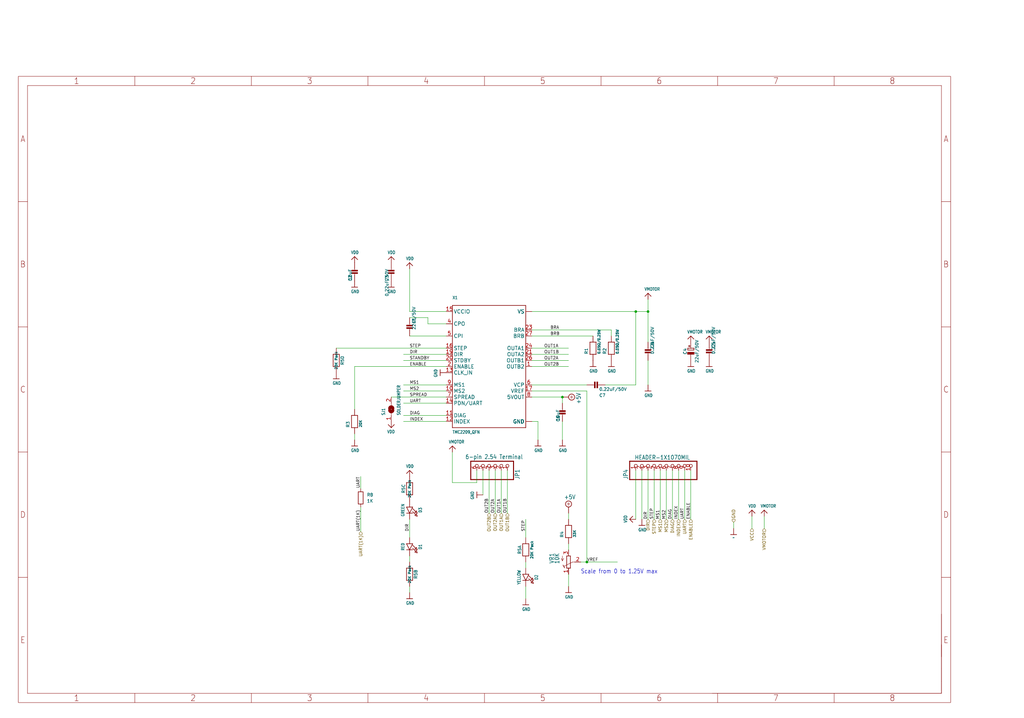
<source format=kicad_sch>
(kicad_sch (version 20250114) (generator "eeschema") (generator_version "9.0")
  (paper "User" 425.45 298.602)
  (lib_symbols
    (symbol "Adafruit TMC2209 Stepper Motor Driver-eagle-import:+5V" (power)
      (symbol "+5V_1_0"
        (polyline (pts (xy -0.635 1.27) (xy 0.635 1.27)) (stroke (width 0.1524)))
        (circle (center 0 1.27) (radius 1.27) (stroke (width 0.254)))
        (polyline (pts (xy 0 0.635) (xy 0 1.905)) (stroke (width 0.1524)))
        (pin power_in line (at 0 -2.54 90) (length 2.54) (name "+5V") (number "1"))
      )
    )
    (symbol "Adafruit TMC2209 Stepper Motor Driver-eagle-import:CAP_CERAMIC0603_NO"
      (property "Reference" "C" (at -2.29 1.25 90))
      (symbol "CAP_CERAMIC0603_NO_1_0"
        (rectangle (start -1.27 1.524) (end 1.27 2.032) (fill (type outline)))
        (rectangle (start -1.27 0.508) (end 1.27 1.016) (fill (type outline)))
        (polyline (pts (xy 0 2.54) (xy 0 1.778)) (stroke (width 0.1524)))
        (polyline (pts (xy 0 0.762) (xy 0 0)) (stroke (width 0.1524)))
        (pin passive line (at 0 5.08 270) (length 2.54) (name "1") (number "1"))
        (pin passive line (at 0 -2.54 90) (length 2.54) (name "2") (number "2"))
      )
    )
    (symbol "Adafruit TMC2209 Stepper Motor Driver-eagle-import:CAP_CERAMIC0805-NOOUTLINE"
      (property "Reference" "C" (at -2.29 1.25 90))
      (symbol "CAP_CERAMIC0805-NOOUTLINE_1_0"
        (rectangle (start -1.27 1.524) (end 1.27 2.032) (fill (type outline)))
        (rectangle (start -1.27 0.508) (end 1.27 1.016) (fill (type outline)))
        (polyline (pts (xy 0 2.54) (xy 0 1.778)) (stroke (width 0.1524)))
        (polyline (pts (xy 0 0.762) (xy 0 0)) (stroke (width 0.1524)))
        (pin passive line (at 0 5.08 270) (length 2.54) (name "1") (number "1"))
        (pin passive line (at 0 -2.54 90) (length 2.54) (name "2") (number "2"))
      )
    )
    (symbol "Adafruit TMC2209 Stepper Motor Driver-eagle-import:CAP_ELECTROLYTICPANASONIC_C"
      (property "Reference" "C" (at -2.39 1.25 90))
      (symbol "CAP_ELECTROLYTICPANASONIC_C_1_0"
        (rectangle (start -1.397 0) (end 1.397 0.889) (fill (type outline)))
        (polyline (pts (xy -1.27 2.54) (xy 1.27 2.54)) (stroke (width 0.254)))
        (polyline (pts (xy -1.27 1.778) (xy -1.27 2.54)) (stroke (width 0.254)))
        (polyline (pts (xy -1.016 3.429) (xy -0.254 3.429)) (stroke (width 0.254)))
        (polyline (pts (xy -0.635 3.81) (xy -0.635 3.048)) (stroke (width 0.254)))
        (polyline (pts (xy 1.27 2.54) (xy 1.27 1.778)) (stroke (width 0.254)))
        (polyline (pts (xy 1.27 1.778) (xy -1.27 1.778)) (stroke (width 0.254)))
        (pin passive line (at 0 5.08 270) (length 2.54) (name "+") (number "+"))
        (pin passive line (at 0 -2.54 90) (length 2.54) (name "-") (number "-"))
      )
    )
    (symbol "Adafruit TMC2209 Stepper Motor Driver-eagle-import:FRAME_A3"
      (symbol "FRAME_A3_1_0"
        (polyline (pts (xy 0 260.35) (xy 387.35 260.35) (xy 387.35 0) (xy 0 0) (xy 0 260.35)))
        (polyline (pts (xy 0 208.28) (xy 3.81 208.28)))
        (polyline (pts (xy 0 156.21) (xy 3.81 156.21)))
        (polyline (pts (xy 0 104.14) (xy 3.81 104.14)))
        (polyline (pts (xy 0 52.07) (xy 3.81 52.07)))
        (polyline (pts (xy 3.81 256.54) (xy 3.81 3.81)))
        (polyline (pts (xy 48.4188 260.35) (xy 48.4188 256.54)))
        (polyline (pts (xy 48.4188 3.81) (xy 48.4188 0)))
        (polyline (pts (xy 96.8375 260.35) (xy 96.8375 256.54)))
        (polyline (pts (xy 96.8375 3.81) (xy 96.8375 0)))
        (polyline (pts (xy 145.2563 260.35) (xy 145.2563 256.54)))
        (polyline (pts (xy 145.2563 3.81) (xy 145.2563 0)))
        (polyline (pts (xy 193.675 260.35) (xy 193.675 256.54)))
        (polyline (pts (xy 193.675 3.81) (xy 193.675 0)))
        (polyline (pts (xy 242.0938 260.35) (xy 242.0938 256.54)))
        (polyline (pts (xy 242.0938 3.81) (xy 242.0938 0)))
        (polyline (pts (xy 288.29 3.81) (xy 383.54 3.81)) (stroke (width 0.1016)))
        (polyline (pts (xy 290.5125 260.35) (xy 290.5125 256.54)))
        (polyline (pts (xy 290.5125 3.81) (xy 290.5125 0)))
        (polyline (pts (xy 338.9313 260.35) (xy 338.9313 256.54)))
        (polyline (pts (xy 338.9313 3.81) (xy 338.9313 0)))
        (polyline (pts (xy 383.54 256.54) (xy 3.81 256.54)))
        (polyline (pts (xy 383.54 256.54) (xy 383.54 3.81)))
        (polyline (pts (xy 383.54 208.28) (xy 387.35 208.28)))
        (polyline (pts (xy 383.54 156.21) (xy 387.35 156.21)))
        (polyline (pts (xy 383.54 104.14) (xy 387.35 104.14)))
        (polyline (pts (xy 383.54 52.07) (xy 387.35 52.07)))
        (polyline (pts (xy 383.54 19.05) (xy 383.54 36.83)) (stroke (width 0.1016)))
        (polyline (pts (xy 383.54 19.05) (xy 383.54 24.13)) (stroke (width 0.1016)))
        (polyline (pts (xy 383.54 13.97) (xy 383.54 19.05)) (stroke (width 0.1016)))
        (polyline (pts (xy 383.54 8.89) (xy 383.54 13.97)) (stroke (width 0.1016)))
        (polyline (pts (xy 383.54 3.81) (xy 3.81 3.81)))
        (polyline (pts (xy 383.54 3.81) (xy 383.54 8.89)) (stroke (width 0.1016)))
        (text "A" (at 1.905 234.315 0) (effects (font (size 2.54 2.286))))
        (text "B" (at 1.905 182.245 0) (effects (font (size 2.54 2.286))))
        (text "C" (at 1.905 130.175 0) (effects (font (size 2.54 2.286))))
        (text "D" (at 1.905 78.105 0) (effects (font (size 2.54 2.286))))
        (text "E" (at 1.905 26.035 0) (effects (font (size 2.54 2.286))))
        (text "1" (at 24.2094 258.445 0) (effects (font (size 2.54 2.286))))
        (text "1" (at 24.2094 1.905 0) (effects (font (size 2.54 2.286))))
        (text "2" (at 72.6281 258.445 0) (effects (font (size 2.54 2.286))))
        (text "2" (at 72.6281 1.905 0) (effects (font (size 2.54 2.286))))
        (text "3" (at 121.0469 258.445 0) (effects (font (size 2.54 2.286))))
        (text "3" (at 121.0469 1.905 0) (effects (font (size 2.54 2.286))))
        (text "4" (at 169.4656 258.445 0) (effects (font (size 2.54 2.286))))
        (text "4" (at 169.4656 1.905 0) (effects (font (size 2.54 2.286))))
        (text "5" (at 217.8844 258.445 0) (effects (font (size 2.54 2.286))))
        (text "5" (at 217.8844 1.905 0) (effects (font (size 2.54 2.286))))
        (text "6" (at 266.3031 258.445 0) (effects (font (size 2.54 2.286))))
        (text "6" (at 266.3031 1.905 0) (effects (font (size 2.54 2.286))))
        (text "7" (at 314.7219 258.445 0) (effects (font (size 2.54 2.286))))
        (text "7" (at 314.7219 1.905 0) (effects (font (size 2.54 2.286))))
        (text "8" (at 363.1406 258.445 0) (effects (font (size 2.54 2.286))))
        (text "8" (at 363.1406 1.905 0) (effects (font (size 2.54 2.286))))
        (text "A" (at 385.445 234.315 0) (effects (font (size 2.54 2.286))))
        (text "B" (at 385.445 182.245 0) (effects (font (size 2.54 2.286))))
        (text "C" (at 385.445 130.175 0) (effects (font (size 2.54 2.286))))
        (text "D" (at 385.445 78.105 0) (effects (font (size 2.54 2.286))))
        (text "E" (at 385.445 26.035 0) (effects (font (size 2.54 2.286))))
      )
      (symbol "FRAME_A3_2_0"
        (polyline (pts (xy 1.27 0) (xy 82.55 0)) (stroke (width 0.1016)))
        (polyline (pts (xy 1.27 -6.35) (xy 1.27 0)) (stroke (width 0.1016)))
        (polyline (pts (xy 82.55 0) (xy 82.55 -6.35)) (stroke (width 0.1016)))
        (polyline (pts (xy 82.55 -6.35) (xy 1.27 -6.35)) (stroke (width 0.1016)))
        (text "THIS DRAWING CONTAINS CONFIDENTIAL INFORMATION. ANY REPRODUCTION IN" (at 3.81 -2.794 0) (effects (font (size 1.27 1.0795)) (justify left bottom)))
        (text "PART OR WHOLE IS STRICTLY PROHIBITED WITHOUT WRITTEN PERMISSION!" (at 3.81 -5.08 0) (effects (font (size 1.27 1.0795)) (justify left bottom)))
        (text "PROPRIETARY" (at 3.81 -10.16 0) (effects (font (size 2.54 2.159) (thickness 0.4318) (bold yes)) (justify left bottom)))
      )
      (symbol "FRAME_A3_3_0"
        (polyline (pts (xy -0.3048 34.5948) (xy -0.3048 28.2448)) (stroke (width 0.6096)))
        (polyline (pts (xy -0.3048 28.2448) (xy -0.3048 19.3548)) (stroke (width 0.6096)))
        (polyline (pts (xy -0.3048 28.2448) (xy 20.0152 28.2448)) (stroke (width 0.3048)))
        (polyline (pts (xy -0.3048 19.3548) (xy -0.3048 10.4648)) (stroke (width 0.6096)))
        (polyline (pts (xy -0.3048 19.3548) (xy 20.0152 19.3548)) (stroke (width 0.3048)))
        (polyline (pts (xy -0.3048 10.4648) (xy -0.3048 1.5748)) (stroke (width 0.6096)))
        (polyline (pts (xy -0.3048 10.4648) (xy 20.0152 10.4648)) (stroke (width 0.3048)))
        (polyline (pts (xy -0.3048 1.5748) (xy 20.0152 1.5748)) (stroke (width 0.6096)))
        (polyline (pts (xy 20.0152 34.5948) (xy -0.3048 34.5948)) (stroke (width 0.6096)))
        (polyline (pts (xy 20.0152 28.2448) (xy 20.0152 34.5948)) (stroke (width 0.3048)))
        (polyline (pts (xy 20.0152 28.2448) (xy 105.7402 28.2448)) (stroke (width 0.3048)))
        (polyline (pts (xy 20.0152 19.3548) (xy 20.0152 28.2448)) (stroke (width 0.3048)))
        (polyline (pts (xy 20.0152 16.8148) (xy 20.0152 19.3548)) (stroke (width 0.3048)))
        (polyline (pts (xy 20.0152 10.4648) (xy 20.0152 16.8148)) (stroke (width 0.3048)))
        (polyline (pts (xy 20.0152 6.6548) (xy 20.0152 10.4648)) (stroke (width 0.3048)))
        (polyline (pts (xy 20.0152 6.6548) (xy 88.5952 6.6548)) (stroke (width 0.3048)))
        (polyline (pts (xy 20.0152 1.5748) (xy 20.0152 6.6548)) (stroke (width 0.3048)))
        (polyline (pts (xy 20.0152 1.5748) (xy 95.5802 1.5748)) (stroke (width 0.6096)))
        (polyline (pts (xy 88.5952 16.8148) (xy 20.0152 16.8148)) (stroke (width 0.3048)))
        (polyline (pts (xy 88.5952 16.8148) (xy 88.5952 6.6548)) (stroke (width 0.3048)))
        (polyline (pts (xy 88.5952 6.6548) (xy 95.5802 6.6548)) (stroke (width 0.3048)))
        (polyline (pts (xy 95.5802 6.6548) (xy 95.5802 1.5748)) (stroke (width 0.3048)))
        (polyline (pts (xy 95.5802 6.6548) (xy 121.6152 6.6548)) (stroke (width 0.3048)))
        (polyline (pts (xy 95.5802 1.5748) (xy 121.6152 1.5748)) (stroke (width 0.6096)))
        (polyline (pts (xy 101.2952 13.3223) (xy 102.2477 13.3223)) (stroke (width 0.254)))
        (polyline (pts (xy 105.7402 34.5948) (xy 20.0152 34.5948)) (stroke (width 0.6096)))
        (polyline (pts (xy 105.7402 28.2448) (xy 105.7402 34.5948)) (stroke (width 0.3048)))
        (polyline (pts (xy 105.7402 28.2448) (xy 110.1852 28.2448)) (stroke (width 0.3048)))
        (circle (center 109.2327 31.4198) (radius 1.4199) (stroke (width 0.254)))
        (polyline (pts (xy 110.1852 28.2448) (xy 110.1852 16.8148)) (stroke (width 0.3048)))
        (polyline (pts (xy 110.1852 28.2448) (xy 121.6152 28.2448)) (stroke (width 0.3048)))
        (polyline (pts (xy 110.1852 16.8148) (xy 88.5952 16.8148)) (stroke (width 0.3048)))
        (polyline (pts (xy 121.6152 34.5948) (xy 105.7402 34.5948)) (stroke (width 0.6096)))
        (polyline (pts (xy 121.6152 34.5948) (xy 121.6152 28.2448)) (stroke (width 0.6096)))
        (polyline (pts (xy 121.6152 28.2448) (xy 121.6152 16.8148)) (stroke (width 0.6096)))
        (polyline (pts (xy 121.6152 16.8148) (xy 110.1852 16.8148)) (stroke (width 0.3048)))
        (polyline (pts (xy 121.6152 16.8148) (xy 121.6152 6.6548)) (stroke (width 0.6096)))
        (polyline (pts (xy 121.6152 6.6548) (xy 121.6152 1.5748)) (stroke (width 0.6096)))
        (text "DRAWN" (at 0.9652 25.0698 0) (effects (font (size 1.778 1.5113)) (justify left bottom)))
        (text "CHECKED" (at 0.9652 16.1798 0) (effects (font (size 1.778 1.5113)) (justify left bottom)))
        (text "DATE" (at 0.9652 7.2898 0) (effects (font (size 1.778 1.5113)) (justify left bottom)))
        (text "${DRAWN}" (at 2.2352 20.6248 0) (effects (font (size 1.778 1.5113)) (justify left bottom)))
        (text "${CHECKED}" (at 2.2352 11.7348 0) (effects (font (size 1.778 1.5113)) (justify left bottom)))
        (text "${DATE}" (at 2.2352 2.8448 0) (effects (font (size 1.778 1.5113)) (justify left bottom)))
        (text "ISSUE" (at 5.0927 30.4673 0) (effects (font (size 1.9304 1.6408)) (justify left bottom)))
        (text "TITLE" (at 21.2852 24.4348 0) (effects (font (size 2.54 2.54)) (justify left bottom)))
        (text "DATE" (at 21.2852 13.0048 0) (effects (font (size 2.54 2.54)) (justify left bottom)))
        (text "FILE:" (at 21.2852 2.8448 0) (effects (font (size 2.54 2.54)) (justify left bottom)))
        (text "${COMPANY}" (at 23.349 29.6735 0) (effects (font (size 3.175 2.6987) (thickness 0.5397) (bold yes)) (justify left bottom)))
        (text "${CURRENT_DATE}" (at 32.7152 9.1948 0) (effects (font (size 2.54 2.159)) (justify left bottom)))
        (text "${PROJECTNAME}" (at 33.0327 2.8448 0) (effects (font (size 2.54 2.159)) (justify left bottom)))
        (text "DRG" (at 89.8652 13.0048 0) (effects (font (size 2.54 2.54)) (justify left bottom)))
        (text "${DRGNO}" (at 91.1352 9.1948 0) (effects (font (size 2.1844 1.8567)) (justify left bottom)))
        (text "PAGE:" (at 96.8502 2.8448 0) (effects (font (size 2.54 2.54)) (justify left bottom)))
        (text "N" (at 98.4377 13.0048 0) (effects (font (size 2.54 2.54)) (justify left bottom)))
        (text "o" (at 100.9777 13.9573 0) (effects (font (size 2.1844 1.8567)) (justify left bottom)))
        (text "C" (at 108.7564 30.7848 0) (effects (font (size 1.27 1.0795)) (justify left bottom)))
        (text "${#}/${##}" (at 108.9152 2.8448 0) (effects (font (size 2.54 2.54)) (justify left bottom)))
        (text "${YEAR}" (at 112.4077 30.4673 0) (effects (font (size 1.778 1.5113)) (justify left bottom)))
        (text "REV" (at 112.4077 24.4348 0) (effects (font (size 2.54 2.54)) (justify left bottom)))
        (text "${REV}" (at 113.9952 18.7198 0) (effects (font (size 3.81 3.2385)) (justify left bottom)))
      )
    )
    (symbol "Adafruit TMC2209 Stepper Motor Driver-eagle-import:GND" (power)
      (symbol "GND_1_0"
        (polyline (pts (xy -1.27 0) (xy 1.27 0)) (stroke (width 0.254)))
        (pin power_in line (at 0 2.54 270) (length 2.54) (name "GND") (number "1"))
      )
    )
    (symbol "Adafruit TMC2209 Stepper Motor Driver-eagle-import:HEADER-1X1070MIL"
      (property "Reference" "JP" (at -6.35 13.335 0))
      (symbol "HEADER-1X1070MIL_1_0"
        (polyline (pts (xy -6.35 12.7) (xy -6.35 -15.24)) (stroke (width 0.4064)))
        (polyline (pts (xy -6.35 -15.24) (xy 1.27 -15.24)) (stroke (width 0.4064)))
        (polyline (pts (xy 1.27 12.7) (xy -6.35 12.7)) (stroke (width 0.4064)))
        (polyline (pts (xy 1.27 -15.24) (xy 1.27 12.7)) (stroke (width 0.4064)))
        (pin passive inverted (at -2.54 10.16 0) (length 2.54) (name "1") (number "1"))
        (pin passive inverted (at -2.54 7.62 0) (length 2.54) (name "2") (number "2"))
        (pin passive inverted (at -2.54 5.08 0) (length 2.54) (name "3") (number "3"))
        (pin passive inverted (at -2.54 2.54 0) (length 2.54) (name "4") (number "4"))
        (pin passive inverted (at -2.54 0 0) (length 2.54) (name "5") (number "5"))
        (pin passive inverted (at -2.54 -2.54 0) (length 2.54) (name "6") (number "6"))
        (pin passive inverted (at -2.54 -5.08 0) (length 2.54) (name "7") (number "7"))
        (pin passive inverted (at -2.54 -7.62 0) (length 2.54) (name "8") (number "8"))
        (pin passive inverted (at -2.54 -10.16 0) (length 2.54) (name "9") (number "9"))
        (pin passive inverted (at -2.54 -12.7 0) (length 2.54) (name "10") (number "10"))
      )
    )
    (symbol "Adafruit TMC2209 Stepper Motor Driver-eagle-import:HEADER-1X6_2.54MMTERM"
      (property "Reference" "JP" (at -6.35 10.795 0))
      (symbol "HEADER-1X6_2.54MMTERM_1_0"
        (polyline (pts (xy -6.35 10.16) (xy -6.35 -7.62)) (stroke (width 0.4064)))
        (polyline (pts (xy -6.35 -7.62) (xy 1.27 -7.62)) (stroke (width 0.4064)))
        (polyline (pts (xy 1.27 10.16) (xy -6.35 10.16)) (stroke (width 0.4064)))
        (polyline (pts (xy 1.27 -7.62) (xy 1.27 10.16)) (stroke (width 0.4064)))
        (pin passive inverted (at -2.54 7.62 0) (length 2.54) (name "1") (number "1"))
        (pin passive inverted (at -2.54 5.08 0) (length 2.54) (name "2") (number "2"))
        (pin passive inverted (at -2.54 2.54 0) (length 2.54) (name "3") (number "3"))
        (pin passive inverted (at -2.54 0 0) (length 2.54) (name "4") (number "4"))
        (pin passive inverted (at -2.54 -2.54 0) (length 2.54) (name "5") (number "5"))
        (pin passive inverted (at -2.54 -5.08 0) (length 2.54) (name "6") (number "6"))
      )
    )
    (symbol "Adafruit TMC2209 Stepper Motor Driver-eagle-import:LED0603_NOOUTLINE"
      (property "Reference" "D" (at -1.27 4.445 0))
      (symbol "LED0603_NOOUTLINE_1_0"
        (polyline (pts (xy -2.54 1.27) (xy -2.54 -1.27)) (stroke (width 0.254)))
        (polyline (pts (xy -2.54 -1.27) (xy 0 0)) (stroke (width 0.254)))
        (polyline (pts (xy -1.905 1.27) (xy -0.635 2.54)) (stroke (width 0.254)))
        (polyline (pts (xy -0.9525 2.8575) (xy -0.3175 2.2225)) (stroke (width 0.254)))
        (polyline (pts (xy -0.635 1.27) (xy 0.635 2.54)) (stroke (width 0.254)))
        (polyline (pts (xy -0.3175 2.2225) (xy 0 3.175)) (stroke (width 0.254)))
        (polyline (pts (xy 0 3.175) (xy -0.9525 2.8575)) (stroke (width 0.254)))
        (polyline (pts (xy 0 1.27) (xy 0 0)) (stroke (width 0.254)))
        (polyline (pts (xy 0 0) (xy -2.54 1.27)) (stroke (width 0.254)))
        (polyline (pts (xy 0 0) (xy 0 -1.27)) (stroke (width 0.254)))
        (polyline (pts (xy 0.3175 2.8575) (xy 0.9525 2.2225)) (stroke (width 0.254)))
        (polyline (pts (xy 0.9525 2.2225) (xy 1.27 3.175)) (stroke (width 0.254)))
        (polyline (pts (xy 1.27 3.175) (xy 0.3175 2.8575)) (stroke (width 0.254)))
        (pin passive line (at -5.08 0 0) (length 2.54) (name "A") (number "A"))
        (pin passive line (at 2.54 0 180) (length 2.54) (name "C") (number "C"))
      )
    )
    (symbol "Adafruit TMC2209 Stepper Motor Driver-eagle-import:R-TRIMM3314J"
      (property "Reference" "R" (at -5.969 -3.81 90))
      (symbol "R-TRIMM3314J_1_0"
        (polyline (pts (xy -2.54 -0.508) (xy -3.048 -1.524)) (stroke (width 0.1524)))
        (polyline (pts (xy -2.54 -0.508) (xy -2.032 -1.524)) (stroke (width 0.1524)))
        (polyline (pts (xy -2.54 -2.54) (xy -2.54 -0.508)) (stroke (width 0.1524)))
        (polyline (pts (xy -2.286 1.27) (xy -1.651 2.413)) (stroke (width 0.254)))
        (polyline (pts (xy -0.762 2.54) (xy -0.762 -2.54)) (stroke (width 0.254)))
        (polyline (pts (xy -0.762 -2.54) (xy 0.762 -2.54)) (stroke (width 0.254)))
        (polyline (pts (xy 0 2.54) (xy -0.762 2.54)) (stroke (width 0.254)))
        (polyline (pts (xy 0 2.54) (xy 0 5.08)) (stroke (width 0.1524)))
        (polyline (pts (xy 0.762 2.54) (xy 0 2.54)) (stroke (width 0.254)))
        (polyline (pts (xy 0.762 -2.54) (xy 0.762 2.54)) (stroke (width 0.254)))
        (polyline (pts (xy 1.651 0) (xy -1.8796 1.7526)) (stroke (width 0.1524)))
        (polyline (pts (xy 2.54 0) (xy 1.651 0)) (stroke (width 0.1524)))
        (pin passive line (at 0 5.08 270) (length 2.54) (name "E") (number "1"))
        (pin passive line (at 0 -5.08 90) (length 2.54) (name "A") (number "3"))
        (pin passive line (at 5.08 0 180) (length 2.54) (name "S") (number "2"))
      )
    )
    (symbol "Adafruit TMC2209 Stepper Motor Driver-eagle-import:RESISTOR_0603_NOOUT"
      (property "Reference" "R" (at 0 2.54 0))
      (symbol "RESISTOR_0603_NOOUT_1_0"
        (polyline (pts (xy -2.54 1.27) (xy 2.54 1.27)) (stroke (width 0.254)))
        (polyline (pts (xy -2.54 -1.27) (xy -2.54 1.27)) (stroke (width 0.254)))
        (polyline (pts (xy 2.54 1.27) (xy 2.54 -1.27)) (stroke (width 0.254)))
        (polyline (pts (xy 2.54 -1.27) (xy -2.54 -1.27)) (stroke (width 0.254)))
        (pin passive line (at -5.08 0 0) (length 2.54) (name "1") (number "1"))
        (pin passive line (at 5.08 0 180) (length 2.54) (name "2") (number "2"))
      )
    )
    (symbol "Adafruit TMC2209 Stepper Motor Driver-eagle-import:RESISTOR_4PACK"
      (property "Reference" "R" (at 0 2.54 0))
      (symbol "RESISTOR_4PACK_1_0"
        (polyline (pts (xy -2.54 1.27) (xy 2.54 1.27)) (stroke (width 0.254)))
        (polyline (pts (xy -2.54 -1.27) (xy -2.54 1.27)) (stroke (width 0.254)))
        (polyline (pts (xy 2.54 1.27) (xy 2.54 -1.27)) (stroke (width 0.254)))
        (polyline (pts (xy 2.54 -1.27) (xy -2.54 -1.27)) (stroke (width 0.254)))
        (pin passive line (at -5.08 0 0) (length 2.54) (name "1") (number "1"))
        (pin passive line (at 5.08 0 180) (length 2.54) (name "2") (number "8"))
      )
      (symbol "RESISTOR_4PACK_2_0"
        (polyline (pts (xy -2.54 1.27) (xy 2.54 1.27)) (stroke (width 0.254)))
        (polyline (pts (xy -2.54 -1.27) (xy -2.54 1.27)) (stroke (width 0.254)))
        (polyline (pts (xy 2.54 1.27) (xy 2.54 -1.27)) (stroke (width 0.254)))
        (polyline (pts (xy 2.54 -1.27) (xy -2.54 -1.27)) (stroke (width 0.254)))
        (pin passive line (at -5.08 0 0) (length 2.54) (name "1") (number "2"))
        (pin passive line (at 5.08 0 180) (length 2.54) (name "2") (number "7"))
      )
      (symbol "RESISTOR_4PACK_3_0"
        (polyline (pts (xy -2.54 1.27) (xy 2.54 1.27)) (stroke (width 0.254)))
        (polyline (pts (xy -2.54 -1.27) (xy -2.54 1.27)) (stroke (width 0.254)))
        (polyline (pts (xy 2.54 1.27) (xy 2.54 -1.27)) (stroke (width 0.254)))
        (polyline (pts (xy 2.54 -1.27) (xy -2.54 -1.27)) (stroke (width 0.254)))
        (pin passive line (at -5.08 0 0) (length 2.54) (name "1") (number "3"))
        (pin passive line (at 5.08 0 180) (length 2.54) (name "2") (number "6"))
      )
      (symbol "RESISTOR_4PACK_4_0"
        (polyline (pts (xy -2.54 1.27) (xy 2.54 1.27)) (stroke (width 0.254)))
        (polyline (pts (xy -2.54 -1.27) (xy -2.54 1.27)) (stroke (width 0.254)))
        (polyline (pts (xy 2.54 1.27) (xy 2.54 -1.27)) (stroke (width 0.254)))
        (polyline (pts (xy 2.54 -1.27) (xy -2.54 -1.27)) (stroke (width 0.254)))
        (pin passive line (at -5.08 0 0) (length 2.54) (name "1") (number "4"))
        (pin passive line (at 5.08 0 180) (length 2.54) (name "2") (number "5"))
      )
    )
    (symbol "Adafruit TMC2209 Stepper Motor Driver-eagle-import:SOLDERJUMPER"
      (property "Reference" "SJ" (at -2.54 2.54 0))
      (symbol "SOLDERJUMPER_1_0"
        (polyline (pts (xy -2.54 0) (xy -1.651 0)) (stroke (width 0.1524)))
        (arc (start -0.381 -0.635) (mid -1.0159 0.0001) (end -0.3808 0.635) (stroke (width 1.27)))
        (arc (start 0.381 0.635) (mid 1.0159 -0.0001) (end 0.3808 -0.635) (stroke (width 1.27)))
        (polyline (pts (xy 2.54 0) (xy 1.651 0)) (stroke (width 0.1524)))
        (pin passive line (at -5.08 0 0) (length 2.54) (name "1") (number "1"))
        (pin passive line (at 5.08 0 180) (length 2.54) (name "2") (number "2"))
      )
    )
    (symbol "Adafruit TMC2209 Stepper Motor Driver-eagle-import:TMC2209_QFN"
      (property "Reference" "X" (at -15.24 27.94 0))
      (symbol "TMC2209_QFN_1_0"
        (polyline (pts (xy -15.24 25.4) (xy 15.24 25.4)) (stroke (width 0.254)))
        (polyline (pts (xy -15.24 -25.4) (xy -15.24 25.4)) (stroke (width 0.254)))
        (polyline (pts (xy 15.24 25.4) (xy 15.24 -25.4)) (stroke (width 0.254)))
        (polyline (pts (xy 15.24 -25.4) (xy -15.24 -25.4)) (stroke (width 0.254)))
        (pin bidirectional line (at -17.78 22.86 0) (length 2.54) (name "VCCIO") (number "15"))
        (pin bidirectional line (at -17.78 17.78 0) (length 2.54) (name "CPO") (number "4"))
        (pin bidirectional line (at -17.78 12.7 0) (length 2.54) (name "CPI") (number "5"))
        (pin input line (at -17.78 7.62 0) (length 2.54) (name "STEP") (number "16"))
        (pin input line (at -17.78 5.08 0) (length 2.54) (name "DIR") (number "19"))
        (pin bidirectional line (at -17.78 2.54 0) (length 2.54) (name "STDBY") (number "20"))
        (pin input line (at -17.78 0 0) (length 2.54) (name "ENABLE") (number "2"))
        (pin input line (at -17.78 -2.54 0) (length 2.54) (name "CLK_IN") (number "13"))
        (pin input line (at -17.78 -7.62 0) (length 2.54) (name "MS1") (number "9"))
        (pin input line (at -17.78 -10.16 0) (length 2.54) (name "MS2") (number "10"))
        (pin input line (at -17.78 -12.7 0) (length 2.54) (name "SPREAD") (number "7"))
        (pin bidirectional line (at -17.78 -15.24 0) (length 2.54) (name "PDN/UART") (number "14"))
        (pin output line (at -17.78 -20.32 0) (length 2.54) (name "DIAG") (number "11"))
        (pin output line (at -17.78 -22.86 0) (length 2.54) (name "INDEX") (number "12"))
        (pin bidirectional line (at 17.78 22.86 180) (length 2.54) (name "VS") (number "22"))
        (pin bidirectional line (at 17.78 22.86 180) (length 2.54) (name "VS") (number "28"))
        (pin bidirectional line (at 17.78 15.24 180) (length 2.54) (name "BRA") (number "23"))
        (pin bidirectional line (at 17.78 12.7 180) (length 2.54) (name "BRB") (number "27"))
        (pin bidirectional line (at 17.78 7.62 180) (length 2.54) (name "OUTA1") (number "24"))
        (pin bidirectional line (at 17.78 5.08 180) (length 2.54) (name "OUTA2") (number "21"))
        (pin bidirectional line (at 17.78 2.54 180) (length 2.54) (name "OUTB1") (number "26"))
        (pin bidirectional line (at 17.78 0 180) (length 2.54) (name "OUTB2") (number "1"))
        (pin bidirectional line (at 17.78 -7.62 180) (length 2.54) (name "VCP") (number "6"))
        (pin bidirectional line (at 17.78 -10.16 180) (length 2.54) (name "VREF") (number "17"))
        (pin bidirectional line (at 17.78 -12.7 180) (length 2.54) (name "5VOUT") (number "8"))
        (pin power_in line (at 17.78 -22.86 180) (length 2.54) (name "GND") (number "18"))
        (pin power_in line (at 17.78 -22.86 180) (length 2.54) (name "GND") (number "25"))
        (pin power_in line (at 17.78 -22.86 180) (length 2.54) (name "GND") (number "3"))
        (pin power_in line (at 17.78 -22.86 180) (length 2.54) (name "GND") (number "THERMAL"))
      )
    )
    (symbol "Adafruit TMC2209 Stepper Motor Driver-eagle-import:VDD" (power)
      (symbol "VDD_1_0"
        (polyline (pts (xy -1.27 -1.27) (xy 0 0)) (stroke (width 0.254)))
        (polyline (pts (xy 0 0) (xy 1.27 -1.27)) (stroke (width 0.254)))
        (pin power_in line (at 0 -2.54 90) (length 2.54) (name "VDD") (number "1"))
      )
    )
    (symbol "Adafruit TMC2209 Stepper Motor Driver-eagle-import:VMOTOR" (power)
      (symbol "VMOTOR_1_0"
        (polyline (pts (xy -1.27 -1.27) (xy 0 0)) (stroke (width 0.254)))
        (polyline (pts (xy 0 0) (xy 1.27 -1.27)) (stroke (width 0.254)))
        (pin power_in line (at 0 -2.54 90) (length 2.54) (name "VMOTOR") (number "1"))
      )
    )
    (symbol "Device:R" (pin_numbers (hide yes)) (pin_names (offset 0))
      (property "Reference" "R" (at 2.032 0 90))
      (property "Value" "R" (at 0 0 90))
      (symbol "R_0_1"
        (rectangle (start -1.016 -2.54) (end 1.016 2.54) (stroke (width 0.254)))
      )
      (symbol "R_1_1"
        (pin passive line (at 0 3.81 270) (length 1.27) (name "~") (number "1"))
        (pin passive line (at 0 -3.81 90) (length 1.27) (name "~") (number "2"))
      )
    )
  )
  (text "Scale from 0 to 1.25V max" (at 241.3 238.76 0) (effects (font (size 1.778 1.5113)) (justify left bottom)))
  (junction (at 264.16 129.54))
  (junction (at 269.24 129.54))
  (junction (at 233.68 165.1))
  (junction (at 243.84 233.68))
  (wire (pts (xy 223.52 175.26) (xy 223.52 182.88)) (stroke (width 0.1524)))
  (wire (pts (xy 147.32 180.34) (xy 147.32 182.88)) (stroke (width 0.1524)))
  (wire (pts (xy 177.8 134.62) (xy 177.8 132.08)) (stroke (width 0.1524)))
  (wire (pts (xy 185.42 149.86) (xy 167.64 149.86)) (stroke (width 0.1524)))
  (wire (pts (xy 220.98 137.16) (xy 254 137.16)) (stroke (width 0.1524)))
  (wire (pts (xy 198.12 200.66) (xy 198.12 195.58)) (stroke (width 0.1524)))
  (wire (pts (xy 220.98 144.78) (xy 236.22 144.78)) (stroke (width 0.1524)))
  (wire (pts (xy 233.68 175.26) (xy 233.68 182.88)) (stroke (width 0.1524)))
  (wire (pts (xy 220.98 162.56) (xy 243.84 162.56)) (stroke (width 0.1524)))
  (wire (pts (xy 203.2 195.58) (xy 203.2 213.36)) (stroke (width 0.1524)))
  (wire (pts (xy 317.5 214.63) (xy 317.5 219.71)))
  (wire (pts (xy 185.42 134.62) (xy 177.8 134.62)) (stroke (width 0.1524)))
  (wire (pts (xy 185.42 129.54) (xy 170.18 129.54)) (stroke (width 0.1524)))
  (wire (pts (xy 236.22 215.9) (xy 236.22 213.36)) (stroke (width 0.1524)))
  (wire (pts (xy 185.42 160.02) (xy 167.64 160.02)) (stroke (width 0.1524)))
  (wire (pts (xy 185.42 152.4) (xy 147.32 152.4)) (stroke (width 0.1524)))
  (wire (pts (xy 185.42 147.32) (xy 167.64 147.32)) (stroke (width 0.1524)))
  (wire (pts (xy 185.42 144.78) (xy 139.7 144.78)) (stroke (width 0.1524)))
  (wire (pts (xy 266.7 195.58) (xy 266.7 215.9)) (stroke (width 0.1524)))
  (wire (pts (xy 264.16 160.02) (xy 264.16 129.54)) (stroke (width 0.1524)))
  (wire (pts (xy 218.44 223.52) (xy 218.44 215.9)) (stroke (width 0.1524)))
  (wire (pts (xy 271.78 195.58) (xy 271.78 215.9)) (stroke (width 0.1524)))
  (wire (pts (xy 170.18 246.38) (xy 170.18 243.84)) (stroke (width 0.1524)))
  (wire (pts (xy 236.22 228.6) (xy 236.22 226.06)) (stroke (width 0.1524)))
  (wire (pts (xy 304.8 219.71) (xy 304.8 217.17)))
  (wire (pts (xy 264.16 195.58) (xy 264.16 215.9)) (stroke (width 0.1524)))
  (wire (pts (xy 218.44 236.22) (xy 218.44 233.68)) (stroke (width 0.1524)))
  (wire (pts (xy 167.64 175.26) (xy 185.42 175.26)) (stroke (width 0.1524)))
  (wire (pts (xy 243.84 162.56) (xy 243.84 233.68)) (stroke (width 0.1524)))
  (wire (pts (xy 185.42 162.56) (xy 167.64 162.56)) (stroke (width 0.1524)))
  (wire (pts (xy 279.4 215.9) (xy 279.4 195.58)) (stroke (width 0.1524)))
  (wire (pts (xy 187.96 200.66) (xy 198.12 200.66)) (stroke (width 0.1524)))
  (wire (pts (xy 149.86 198.12) (xy 149.86 203.2)))
  (wire (pts (xy 220.98 165.1) (xy 233.68 165.1)) (stroke (width 0.1524)))
  (wire (pts (xy 147.32 152.4) (xy 147.32 170.18)) (stroke (width 0.1524)))
  (wire (pts (xy 220.98 139.7) (xy 246.38 139.7)) (stroke (width 0.1524)))
  (wire (pts (xy 243.84 233.68) (xy 256.54 233.68)) (stroke (width 0.1524)))
  (wire (pts (xy 269.24 129.54) (xy 269.24 124.46)) (stroke (width 0.1524)))
  (wire (pts (xy 170.18 223.52) (xy 170.18 215.9)) (stroke (width 0.1524)))
  (wire (pts (xy 185.42 165.1) (xy 162.56 165.1)) (stroke (width 0.1524)))
  (wire (pts (xy 177.8 132.08) (xy 170.18 132.08)) (stroke (width 0.1524)))
  (wire (pts (xy 269.24 215.9) (xy 269.24 195.58)) (stroke (width 0.1524)))
  (wire (pts (xy 281.94 195.58) (xy 281.94 215.9)) (stroke (width 0.1524)))
  (wire (pts (xy 220.98 149.86) (xy 236.22 149.86)) (stroke (width 0.1524)))
  (wire (pts (xy 241.3 233.68) (xy 243.84 233.68)) (stroke (width 0.1524)))
  (wire (pts (xy 220.98 147.32) (xy 236.22 147.32)) (stroke (width 0.1524)))
  (wire (pts (xy 251.46 160.02) (xy 264.16 160.02)) (stroke (width 0.1524)))
  (wire (pts (xy 284.48 215.9) (xy 284.48 195.58)) (stroke (width 0.1524)))
  (wire (pts (xy 269.24 129.54) (xy 269.24 142.24)) (stroke (width 0.1524)))
  (wire (pts (xy 185.42 172.72) (xy 167.64 172.72)) (stroke (width 0.1524)))
  (wire (pts (xy 220.98 160.02) (xy 243.84 160.02)) (stroke (width 0.1524)))
  (wire (pts (xy 208.28 195.58) (xy 208.28 213.36)) (stroke (width 0.1524)))
  (wire (pts (xy 170.18 129.54) (xy 170.18 111.76)) (stroke (width 0.1524)))
  (wire (pts (xy 187.96 187.96) (xy 187.96 200.66)) (stroke (width 0.1524)))
  (wire (pts (xy 149.86 210.82) (xy 149.86 220.98)))
  (wire (pts (xy 233.68 165.1) (xy 233.68 167.64)) (stroke (width 0.1524)))
  (wire (pts (xy 254 137.16) (xy 254 139.7)) (stroke (width 0.1524)))
  (wire (pts (xy 287.02 195.58) (xy 287.02 215.9)) (stroke (width 0.1524)))
  (wire (pts (xy 170.18 233.68) (xy 170.18 231.14)) (stroke (width 0.1524)))
  (wire (pts (xy 312.42 214.63) (xy 312.42 219.71)))
  (wire (pts (xy 218.44 243.84) (xy 218.44 248.92)) (stroke (width 0.1524)))
  (wire (pts (xy 185.42 139.7) (xy 170.18 139.7)) (stroke (width 0.1524)))
  (wire (pts (xy 200.66 195.58) (xy 200.66 205.74)) (stroke (width 0.1524)))
  (wire (pts (xy 210.82 195.58) (xy 210.82 213.36)) (stroke (width 0.1524)))
  (wire (pts (xy 276.86 195.58) (xy 276.86 215.9)) (stroke (width 0.1524)))
  (wire (pts (xy 264.16 129.54) (xy 269.24 129.54)) (stroke (width 0.1524)))
  (wire (pts (xy 205.74 213.36) (xy 205.74 195.58)) (stroke (width 0.1524)))
  (wire (pts (xy 269.24 160.02) (xy 269.24 149.86)) (stroke (width 0.1524)))
  (wire (pts (xy 185.42 167.64) (xy 167.64 167.64)) (stroke (width 0.1524)))
  (wire (pts (xy 220.98 175.26) (xy 223.52 175.26)) (stroke (width 0.1524)))
  (wire (pts (xy 220.98 129.54) (xy 264.16 129.54)) (stroke (width 0.1524)))
  (wire (pts (xy 274.32 215.9) (xy 274.32 195.58)) (stroke (width 0.1524)))
  (wire (pts (xy 236.22 238.76) (xy 236.22 243.84)) (stroke (width 0.1524)))
  (wire (pts (xy 220.98 152.4) (xy 236.22 152.4)) (stroke (width 0.1524)))
  (label "STANDBY" (at 170.18 149.86 0) (effects (font (size 1.2446 1.2446))))
  (label "OUT2B" (at 203.2 213.36 90) (effects (font (size 1.2446 1.2446))))
  (label "DIR" (at 170.18 220.98 90) (effects (font (size 1.2446 1.2446))))
  (label "MS2" (at 170.18 162.56 0) (effects (font (size 1.2446 1.2446))))
  (label "INDEX" (at 170.18 175.26 0) (effects (font (size 1.2446 1.2446))))
  (label "STEP" (at 170.18 144.78 0) (effects (font (size 1.2446 1.2446))))
  (label "ENABLE" (at 170.18 152.4 0) (effects (font (size 1.2446 1.2446))))
  (label "OUT2A" (at 205.74 213.36 90) (effects (font (size 1.2446 1.2446))))
  (label "INDEX" (at 281.94 215.9 90) (effects (font (size 1.2446 1.2446))))
  (label "DIR" (at 269.24 215.9 90) (effects (font (size 1.2446 1.2446))))
  (label "STEP" (at 218.44 220.98 90) (effects (font (size 1.2446 1.2446))))
  (label "MS2" (at 276.86 215.9 90) (effects (font (size 1.2446 1.2446))))
  (label "SPREAD" (at 170.18 165.1 0) (effects (font (size 1.2446 1.2446))))
  (label "UART(1K)" (at 149.86 220.98 90))
  (label "VREF" (at 243.84 233.68 0) (effects (font (size 1.2446 1.2446))))
  (label "UART" (at 284.48 215.9 90) (effects (font (size 1.2446 1.2446))))
  (label "BRA" (at 228.6 137.16 0) (effects (font (size 1.2446 1.2446))))
  (label "UART" (at 149.86 198.12 270))
  (label "OUT1A" (at 208.28 213.36 90) (effects (font (size 1.2446 1.2446))))
  (label "OUT2B" (at 226.06 152.4 0) (effects (font (size 1.2446 1.2446))))
  (label "BRB" (at 228.6 139.7 0) (effects (font (size 1.2446 1.2446))))
  (label "OUT1A" (at 226.06 144.78 0) (effects (font (size 1.2446 1.2446))))
  (label "UART" (at 170.18 167.64 0) (effects (font (size 1.2446 1.2446))))
  (label "STEP" (at 271.78 215.9 90) (effects (font (size 1.2446 1.2446))))
  (label "DIAG" (at 170.18 172.72 0) (effects (font (size 1.2446 1.2446))))
  (label "OUT1B" (at 226.06 147.32 0) (effects (font (size 1.2446 1.2446))))
  (label "OUT1B" (at 210.82 213.36 90) (effects (font (size 1.2446 1.2446))))
  (label "MS1" (at 274.32 215.9 90) (effects (font (size 1.2446 1.2446))))
  (label "ENABLE" (at 287.02 215.9 90) (effects (font (size 1.2446 1.2446))))
  (label "DIAG" (at 279.4 215.9 90) (effects (font (size 1.2446 1.2446))))
  (label "DIR" (at 170.18 147.32 0) (effects (font (size 1.2446 1.2446))))
  (label "OUT2A" (at 226.06 149.86 0) (effects (font (size 1.2446 1.2446))))
  (label "MS1" (at 170.18 160.02 0) (effects (font (size 1.2446 1.2446))))
  (hierarchical_label "OUT2B" (shape input) (at 203.2 213.36 270))
  (hierarchical_label "ENABLE" (shape input) (at 287.02 215.9 270))
  (hierarchical_label "VCC" (shape input) (at 312.42 219.71 270))
  (hierarchical_label "UART(1K)" (shape input) (at 149.86 220.98 270))
  (hierarchical_label "STEP" (shape input) (at 271.78 215.9 270))
  (hierarchical_label "UART" (shape input) (at 284.48 215.9 270))
  (hierarchical_label "OUT2A" (shape input) (at 205.74 213.36 270))
  (hierarchical_label "OUT1A" (shape input) (at 208.28 213.36 270))
  (hierarchical_label "OUT1B" (shape input) (at 210.82 213.36 270))
  (hierarchical_label "VMOTOR" (shape input) (at 317.5 219.71 270))
  (hierarchical_label "DIAG" (shape input) (at 279.4 215.9 270))
  (hierarchical_label "INDEX" (shape input) (at 281.94 215.9 270))
  (hierarchical_label "DIR" (shape input) (at 269.24 215.9 270))
  (hierarchical_label "MS1" (shape input) (at 274.32 215.9 270))
  (hierarchical_label "MS2" (shape input) (at 276.86 215.9 270))
  (hierarchical_label "GND" (shape input) (at 304.8 217.17 90))
  (symbol (lib_id "Adafruit TMC2209 Stepper Motor Driver-eagle-import:GND") (at 269.24 162.56 0) (unit 1)
    (property "Reference" "#U$40" (effects (hide yes)))
    (property "Value" "GND" (at 267.716 165.1 0) (effects (font (size 1.27 1.0795)) (justify left bottom)))
  )
  (symbol (lib_id "Adafruit TMC2209 Stepper Motor Driver-eagle-import:+5V") (at 236.22 210.82 0) (unit 1)
    (property "Reference" "#SUPPLY2" (effects (hide yes)))
    (property "Value" "+5V" (at 234.315 207.645 0) (effects (font (size 1.778 1.5113)) (justify left bottom)))
  )
  (symbol (lib_id "Adafruit TMC2209 Stepper Motor Driver-eagle-import:VDD") (at 162.56 106.68 0) (unit 1)
    (property "Reference" "#U$21" (effects (hide yes)))
    (property "Value" "VDD" (at 161.036 105.664 0) (effects (font (size 1.27 1.0795)) (justify left bottom)))
  )
  (symbol (lib_id "Adafruit TMC2209 Stepper Motor Driver-eagle-import:FRAME_A3") (at 7.62 292.1 0) (unit 1)
    (property "Reference" "#FRAME1" (effects (hide yes)))
    (property "Value" "FRAME_A3" (effects (hide yes)))
  )
  (symbol (lib_id "Adafruit TMC2209 Stepper Motor Driver-eagle-import:RESISTOR_0603_NOOUT") (at 147.32 175.26 90) (unit 1)
    (property "Reference" "R3" (at 145.288 177.8 0) (effects (justify left bottom)))
    (property "Value" "20K" (at 150.495 177.8 0) (effects (font (size 1.016 1.016) (thickness 0.2032) (bold yes)) (justify left bottom)))
    (property "Footprint" "Adafruit TMC2209 Stepper Motor Driver:0603-NO" (effects (hide yes)))
  )
  (symbol (lib_id "Adafruit TMC2209 Stepper Motor Driver-eagle-import:TMC2209_QFN") (at 203.2 152.4 0) (unit 1)
    (property "Reference" "X1" (at 187.96 124.46 0) (effects (font (size 1.27 1.0795)) (justify left bottom)))
    (property "Value" "TMC2209_QFN" (at 187.96 180.34 0) (effects (font (size 1.27 1.0795)) (justify left bottom)))
    (property "Footprint" "Adafruit TMC2209 Stepper Motor Driver:QFN28_5MM_MICROCHIP" (effects (hide yes)))
  )
  (symbol (lib_id "Adafruit TMC2209 Stepper Motor Driver-eagle-import:VDD") (at 162.56 177.8 180) (unit 1)
    (property "Reference" "#U$35" (effects (hide yes)))
    (property "Value" "VDD" (at 164.084 178.816 0) (effects (font (size 1.27 1.0795)) (justify left bottom)))
  )
  (symbol (lib_id "Adafruit TMC2209 Stepper Motor Driver-eagle-import:GND") (at 170.18 248.92 0) (unit 1)
    (property "Reference" "#U$31" (effects (hide yes)))
    (property "Value" "GND" (at 168.656 251.46 0) (effects (font (size 1.27 1.0795)) (justify left bottom)))
  )
  (symbol (lib_id "Adafruit TMC2209 Stepper Motor Driver-eagle-import:GND") (at 287.02 152.4 0) (unit 1)
    (property "Reference" "#U$29" (effects (hide yes)))
    (property "Value" "GND" (at 285.496 154.94 0) (effects (font (size 1.27 1.0795)) (justify left bottom)))
  )
  (symbol (lib_id "Adafruit TMC2209 Stepper Motor Driver-eagle-import:GND") (at 294.64 152.4 0) (unit 1)
    (property "Reference" "#U$38" (effects (hide yes)))
    (property "Value" "GND" (at 293.116 154.94 0) (effects (font (size 1.27 1.0795)) (justify left bottom)))
  )
  (symbol (lib_id "Adafruit TMC2209 Stepper Motor Driver-eagle-import:CAP_CERAMIC0603_NO") (at 248.92 160.02 90) (unit 1)
    (property "Reference" "C7" (at 248.92 165.1 90) (effects (justify right top)))
    (property "Value" "0.22uF/50V" (at 248.92 162.56 90) (effects (justify right top)))
    (property "Footprint" "Adafruit TMC2209 Stepper Motor Driver:0603-NO" (effects (hide yes)))
  )
  (symbol (lib_id "Adafruit TMC2209 Stepper Motor Driver-eagle-import:RESISTOR_4PACK") (at 170.18 203.2 90) (unit 3)
    (property "Reference" "R5" (at 167.64 203.2 0))
    (property "Value" "20K Pack" (at 170.18 203.2 0) (effects (font (size 1.016 1.016) (thickness 0.2032) (bold yes))))
    (property "Footprint" "Adafruit TMC2209 Stepper Motor Driver:RESPACK_4X0603" (effects (hide yes)))
  )
  (symbol (lib_id "Adafruit TMC2209 Stepper Motor Driver-eagle-import:GND") (at 246.38 152.4 0) (unit 1)
    (property "Reference" "#U$13" (effects (hide yes)))
    (property "Value" "GND" (at 244.856 154.94 0) (effects (font (size 1.27 1.0795)) (justify left bottom)))
  )
  (symbol (lib_id "Adafruit TMC2209 Stepper Motor Driver-eagle-import:+5V") (at 236.22 165.1 270) (unit 1)
    (property "Reference" "#SUPPLY1" (effects (hide yes)))
    (property "Value" "+5V" (at 239.395 163.195 0) (effects (font (size 1.778 1.5113)) (justify left bottom)))
  )
  (symbol (lib_id "Adafruit TMC2209 Stepper Motor Driver-eagle-import:R-TRIMM3314J") (at 236.22 233.68 0) (mirror x) (unit 1)
    (property "Reference" "VR1" (at 230.251 229.87 90) (effects (font (size 1.778 1.5113)) (justify left bottom)))
    (property "Value" "10K" (at 232.41 229.87 90) (effects (font (size 1.778 1.5113)) (justify left bottom)))
    (property "Footprint" "Adafruit TMC2209 Stepper Motor Driver:RTRIM3314J" (effects (hide yes)))
  )
  (symbol (lib_id "Adafruit TMC2209 Stepper Motor Driver-eagle-import:GND") (at 223.52 185.42 0) (unit 1)
    (property "Reference" "#U$2" (effects (hide yes)))
    (property "Value" "GND" (at 221.996 187.96 0) (effects (font (size 1.27 1.0795)) (justify left bottom)))
  )
  (symbol (lib_id "Device:R") (at 149.86 207.01 0) (unit 1)
    (property "Reference" "R8" (at 152.4 205.7399 0) (effects (justify left)))
    (property "Value" "1K" (at 152.4 208.2799 0) (effects (justify left)))
    (property "Description" "Resistor" (effects (hide yes)))
  )
  (symbol (lib_id "Adafruit TMC2209 Stepper Motor Driver-eagle-import:GND") (at 182.88 154.94 270) (unit 1)
    (property "Reference" "#U$39" (effects (hide yes)))
    (property "Value" "GND" (at 180.34 153.416 0) (effects (font (size 1.27 1.0795)) (justify left bottom)))
  )
  (symbol (lib_id "Adafruit TMC2209 Stepper Motor Driver-eagle-import:CAP_ELECTROLYTICPANASONIC_C") (at 287.02 147.32 0) (unit 1)
    (property "Reference" "C4" (at 284.63 146.07 90))
    (property "Value" "22uF/50V" (at 289.52 146.07 90))
    (property "Footprint" "Adafruit TMC2209 Stepper Motor Driver:PANASONIC_C" (effects (hide yes)))
  )
  (symbol (lib_id "Adafruit TMC2209 Stepper Motor Driver-eagle-import:GND") (at 233.68 185.42 0) (unit 1)
    (property "Reference" "#U$15" (effects (hide yes)))
    (property "Value" "GND" (at 232.156 187.96 0) (effects (font (size 1.27 1.0795)) (justify left bottom)))
  )
  (symbol (lib_id "Adafruit TMC2209 Stepper Motor Driver-eagle-import:CAP_CERAMIC0805-NOOUTLINE") (at 233.68 170.18 180) (unit 1)
    (property "Reference" "C6" (at 231.14 172.72 90) (effects (justify left bottom)))
    (property "Value" "10uF" (at 231.14 170.18 90) (effects (justify left bottom)))
    (property "Footprint" "Adafruit TMC2209 Stepper Motor Driver:0805-NO" (effects (hide yes)))
  )
  (symbol (lib_id "Adafruit TMC2209 Stepper Motor Driver-eagle-import:GND") (at 147.32 185.42 0) (unit 1)
    (property "Reference" "#U$19" (effects (hide yes)))
    (property "Value" "GND" (at 145.796 187.96 0) (effects (font (size 1.27 1.0795)) (justify left bottom)))
  )
  (symbol (lib_id "Adafruit TMC2209 Stepper Motor Driver-eagle-import:GND") (at 236.22 246.38 0) (unit 1)
    (property "Reference" "#U$17" (effects (hide yes)))
    (property "Value" "GND" (at 234.696 248.92 0) (effects (font (size 1.27 1.0795)) (justify left bottom)))
  )
  (symbol (lib_id "Adafruit TMC2209 Stepper Motor Driver-eagle-import:GND") (at 139.7 157.48 0) (unit 1)
    (property "Reference" "#U$16" (effects (hide yes)))
    (property "Value" "GND" (at 138.176 160.02 0) (effects (font (size 1.27 1.0795)) (justify left bottom)))
  )
  (symbol (lib_id "Adafruit TMC2209 Stepper Motor Driver-eagle-import:RESISTOR_4PACK") (at 139.7 149.86 270) (unit 4)
    (property "Reference" "R5" (at 142.24 149.86 0))
    (property "Value" "20K Pack" (at 139.7 149.86 0) (effects (font (size 1.016 1.016) (thickness 0.2032) (bold yes))))
    (property "Footprint" "Adafruit TMC2209 Stepper Motor Driver:RESPACK_4X0603" (effects (hide yes)))
  )
  (symbol (lib_id "Adafruit TMC2209 Stepper Motor Driver-eagle-import:CAP_CERAMIC0805-NOOUTLINE") (at 147.32 111.76 180) (unit 1)
    (property "Reference" "C2" (at 144.78 114.3 90) (effects (justify left bottom)))
    (property "Value" "10uF" (at 144.78 111.76 90) (effects (justify left bottom)))
    (property "Footprint" "Adafruit TMC2209 Stepper Motor Driver:0805-NO" (effects (hide yes)))
  )
  (symbol (lib_id "Adafruit TMC2209 Stepper Motor Driver-eagle-import:LED0603_NOOUTLINE") (at 170.18 228.6 270) (unit 1)
    (property "Reference" "D1" (at 174.625 227.33 0) (effects (font (size 1.27 1.0795))))
    (property "Value" "RED" (at 167.386 227.33 0) (effects (font (size 1.27 1.0795))))
    (property "Footprint" "Adafruit TMC2209 Stepper Motor Driver:CHIPLED_0603_NOOUTLINE" (effects (hide yes)))
  )
  (symbol (lib_id "Adafruit TMC2209 Stepper Motor Driver-eagle-import:HEADER-1X6_2.54MMTERM") (at 203.2 193.04 270) (mirror x) (unit 1)
    (property "Reference" "JP1" (at 213.995 199.39 0) (effects (font (size 1.778 1.5113)) (justify left bottom)))
    (property "Value" "6-pin 2.54 Terminal" (at 193.294 188.976 90) (effects (font (size 1.778 1.5113)) (justify left bottom)))
    (property "Footprint" "Adafruit TMC2209 Stepper Motor Driver:1X06_2.54MMTERMINAL" (effects (hide yes)))
  )
  (symbol (lib_id "Adafruit TMC2209 Stepper Motor Driver-eagle-import:RESISTOR_4PACK") (at 218.44 228.6 90) (unit 1)
    (property "Reference" "R5" (at 215.9 228.6 0))
    (property "Value" "20K Pack" (at 220.98 228.6 0) (effects (font (size 1.016 1.016) (thickness 0.2032) (bold yes))))
    (property "Footprint" "Adafruit TMC2209 Stepper Motor Driver:RESPACK_4X0603" (effects (hide yes)))
  )
  (symbol (lib_id "Adafruit TMC2209 Stepper Motor Driver-eagle-import:CAP_CERAMIC0603_NO") (at 269.24 147.32 0) (unit 1)
    (property "Reference" "C8" (at 271.78 144.78 90) (effects (justify left bottom)))
    (property "Value" "0.22uF/50V" (at 271.78 147.32 90) (effects (justify left bottom)))
    (property "Footprint" "Adafruit TMC2209 Stepper Motor Driver:0603-NO" (effects (hide yes)))
  )
  (symbol (lib_id "Adafruit TMC2209 Stepper Motor Driver-eagle-import:GND") (at 218.44 251.46 0) (unit 1)
    (property "Reference" "#U$30" (effects (hide yes)))
    (property "Value" "GND" (at 216.916 254 0) (effects (font (size 1.27 1.0795)) (justify left bottom)))
  )
  (symbol (lib_id "Adafruit TMC2209 Stepper Motor Driver-eagle-import:RESISTOR_0603_NOOUT") (at 254 144.78 90) (unit 1)
    (property "Reference" "R2" (at 251.968 147.32 0) (effects (justify left bottom)))
    (property "Value" "0.05Ω/0.25W" (at 257.175 147.32 0) (effects (font (size 1.016 1.016) (thickness 0.2032) (bold yes)) (justify left bottom)))
    (property "Footprint" "Adafruit TMC2209 Stepper Motor Driver:0603-NO" (effects (hide yes)))
  )
  (symbol (lib_id "Adafruit TMC2209 Stepper Motor Driver-eagle-import:VDD") (at 261.62 215.9 90) (unit 1)
    (property "Reference" "#U$20" (effects (hide yes)))
    (property "Value" "VDD" (at 260.604 217.424 0) (effects (font (size 1.27 1.0795)) (justify left bottom)))
  )
  (symbol (lib_id "Adafruit TMC2209 Stepper Motor Driver-eagle-import:HEADER-1X1070MIL") (at 274.32 193.04 90) (unit 1)
    (property "Reference" "JP4" (at 260.985 199.39 0) (effects (font (size 1.778 1.5113)) (justify left bottom)))
    (property "Value" "HEADER-1X1070MIL" (at 286.766 189.23 90) (effects (font (size 1.778 1.5113)) (justify left bottom)))
    (property "Footprint" "Adafruit TMC2209 Stepper Motor Driver:1X10_ROUND70" (effects (hide yes)))
  )
  (symbol (lib_id "Adafruit TMC2209 Stepper Motor Driver-eagle-import:CAP_CERAMIC0603_NO") (at 294.64 147.32 0) (unit 1)
    (property "Reference" "C5" (at 297.18 144.78 90) (effects (justify left bottom)))
    (property "Value" "0.22uF/50V" (at 297.18 147.32 90) (effects (justify left bottom)))
    (property "Footprint" "Adafruit TMC2209 Stepper Motor Driver:0603-NO" (effects (hide yes)))
  )
  (symbol (lib_id "Adafruit TMC2209 Stepper Motor Driver-eagle-import:VMOTOR") (at 187.96 185.42 0) (unit 1)
    (property "Reference" "#U$5" (effects (hide yes)))
    (property "Value" "VMOTOR" (at 186.436 184.404 0) (effects (font (size 1.27 1.0795)) (justify left bottom)))
  )
  (symbol (lib_id "Adafruit TMC2209 Stepper Motor Driver-eagle-import:VDD") (at 147.32 106.68 0) (unit 1)
    (property "Reference" "#U$23" (effects (hide yes)))
    (property "Value" "VDD" (at 145.796 105.664 0) (effects (font (size 1.27 1.0795)) (justify left bottom)))
  )
  (symbol (lib_id "Adafruit TMC2209 Stepper Motor Driver-eagle-import:CAP_CERAMIC0603_NO") (at 162.56 111.76 180) (unit 1)
    (property "Reference" "C3" (at 160.02 114.3 90) (effects (justify left bottom)))
    (property "Value" "0.22uF/50V" (at 160.02 111.76 90) (effects (justify left bottom)))
    (property "Footprint" "Adafruit TMC2209 Stepper Motor Driver:0603-NO" (effects (hide yes)))
  )
  (symbol (lib_id "Adafruit TMC2209 Stepper Motor Driver-eagle-import:CAP_CERAMIC0603_NO") (at 170.18 137.16 0) (unit 1)
    (property "Reference" "C1" (at 172.72 134.62 90) (effects (justify left bottom)))
    (property "Value" "22nF/50V" (at 172.72 137.16 90) (effects (justify left bottom)))
    (property "Footprint" "Adafruit TMC2209 Stepper Motor Driver:0603-NO" (effects (hide yes)))
  )
  (symbol (lib_id "Adafruit TMC2209 Stepper Motor Driver-eagle-import:VMOTOR") (at 317.5 212.09 0) (unit 1)
    (property "Reference" "#U$08" (effects (hide yes)))
    (property "Value" "VMOTOR" (at 315.976 211.074 0) (effects (font (size 1.27 1.0795)) (justify left bottom)))
  )
  (symbol (lib_id "Adafruit TMC2209 Stepper Motor Driver-eagle-import:SOLDERJUMPER") (at 162.56 170.18 90) (unit 1)
    (property "Reference" "SJ1" (at 160.02 172.72 0) (effects (font (size 1.27 1.0795)) (justify left bottom)))
    (property "Value" "SOLDERJUMPER" (at 166.37 172.72 0) (effects (font (size 1.27 1.0795)) (justify left bottom)))
    (property "Footprint" "Adafruit TMC2209 Stepper Motor Driver:SOLDERJUMPER_ARROW_NOPASTE" (effects (hide yes)))
  )
  (symbol (lib_id "Adafruit TMC2209 Stepper Motor Driver-eagle-import:GND") (at 198.12 205.74 270) (unit 1)
    (property "Reference" "#U$4" (effects (hide yes)))
    (property "Value" "GND" (at 195.58 204.216 0) (effects (font (size 1.27 1.0795)) (justify left bottom)))
  )
  (symbol (lib_id "Adafruit TMC2209 Stepper Motor Driver-eagle-import:VMOTOR") (at 269.24 121.92 0) (unit 1)
    (property "Reference" "#U$3" (effects (hide yes)))
    (property "Value" "VMOTOR" (at 267.716 120.904 0) (effects (font (size 1.27 1.0795)) (justify left bottom)))
  )
  (symbol (lib_id "Adafruit TMC2209 Stepper Motor Driver-eagle-import:VDD") (at 312.42 212.09 0) (unit 1)
    (property "Reference" "#U$07" (effects (hide yes)))
    (property "Value" "VDD" (at 310.896 211.074 0) (effects (font (size 1.27 1.0795)) (justify left bottom)))
  )
  (symbol (lib_id "Adafruit TMC2209 Stepper Motor Driver-eagle-import:GND") (at 147.32 119.38 0) (unit 1)
    (property "Reference" "#U$25" (effects (hide yes)))
    (property "Value" "GND" (at 145.796 121.92 0) (effects (font (size 1.27 1.0795)) (justify left bottom)))
  )
  (symbol (lib_id "Adafruit TMC2209 Stepper Motor Driver-eagle-import:VDD") (at 170.18 109.22 0) (unit 1)
    (property "Reference" "#U$9" (effects (hide yes)))
    (property "Value" "VDD" (at 168.656 108.204 0) (effects (font (size 1.27 1.0795)) (justify left bottom)))
  )
  (symbol (lib_id "Adafruit TMC2209 Stepper Motor Driver-eagle-import:RESISTOR_4PACK") (at 170.18 238.76 270) (unit 2)
    (property "Reference" "R5" (at 172.72 238.76 0))
    (property "Value" "20K Pack" (at 170.18 238.76 0) (effects (font (size 1.016 1.016) (thickness 0.2032) (bold yes))))
    (property "Footprint" "Adafruit TMC2209 Stepper Motor Driver:RESPACK_4X0603" (effects (hide yes)))
  )
  (symbol (lib_id "Adafruit TMC2209 Stepper Motor Driver-eagle-import:RESISTOR_0603_NOOUT") (at 246.38 144.78 90) (unit 1)
    (property "Reference" "R1" (at 244.348 147.32 0) (effects (justify left bottom)))
    (property "Value" "0.05Ω/0.25W" (at 249.555 147.32 0) (effects (font (size 1.016 1.016) (thickness 0.2032) (bold yes)) (justify left bottom)))
    (property "Footprint" "Adafruit TMC2209 Stepper Motor Driver:0603-NO" (effects (hide yes)))
  )
  (symbol (lib_id "Adafruit TMC2209 Stepper Motor Driver-eagle-import:LED0603_NOOUTLINE") (at 170.18 213.36 270) (unit 1)
    (property "Reference" "D3" (at 174.625 212.09 0) (effects (font (size 1.27 1.0795))))
    (property "Value" "GREEN" (at 167.386 212.09 0) (effects (font (size 1.27 1.0795))))
    (property "Footprint" "Adafruit TMC2209 Stepper Motor Driver:CHIPLED_0603_NOOUTLINE" (effects (hide yes)))
  )
  (symbol (lib_id "Adafruit TMC2209 Stepper Motor Driver-eagle-import:GND") (at 304.8 222.25 0) (unit 1)
    (property "Reference" "01" (effects (hide yes)))
    (property "Value" "~" (at 304.8 223.52 0) (effects (font (size 1.27 1.0795))))
    (property "Description" "GND" (effects (hide yes)))
  )
  (symbol (lib_id "Adafruit TMC2209 Stepper Motor Driver-eagle-import:GND") (at 266.7 218.44 0) (unit 1)
    (property "Reference" "#U$1" (effects (hide yes)))
    (property "Value" "GND" (at 265.176 220.98 0) (effects (font (size 1.27 1.0795)) (justify left bottom)))
  )
  (symbol (lib_id "Adafruit TMC2209 Stepper Motor Driver-eagle-import:GND") (at 254 152.4 0) (unit 1)
    (property "Reference" "#U$14" (effects (hide yes)))
    (property "Value" "GND" (at 252.476 154.94 0) (effects (font (size 1.27 1.0795)) (justify left bottom)))
  )
  (symbol (lib_id "Adafruit TMC2209 Stepper Motor Driver-eagle-import:VDD") (at 170.18 195.58 0) (unit 1)
    (property "Reference" "#U$32" (effects (hide yes)))
    (property "Value" "VDD" (at 168.656 194.564 0) (effects (font (size 1.27 1.0795)) (justify left bottom)))
  )
  (symbol (lib_id "Adafruit TMC2209 Stepper Motor Driver-eagle-import:VMOTOR") (at 294.64 139.7 0) (unit 1)
    (property "Reference" "#U$37" (effects (hide yes)))
    (property "Value" "VMOTOR" (at 293.116 138.684 0) (effects (font (size 1.27 1.0795)) (justify left bottom)))
  )
  (symbol (lib_id "Adafruit TMC2209 Stepper Motor Driver-eagle-import:RESISTOR_0603_NOOUT") (at 236.22 220.98 90) (unit 1)
    (property "Reference" "R4" (at 234.188 223.52 0) (effects (justify left bottom)))
    (property "Value" "33K" (at 239.395 223.52 0) (effects (font (size 1.016 1.016) (thickness 0.2032) (bold yes)) (justify left bottom)))
    (property "Footprint" "Adafruit TMC2209 Stepper Motor Driver:0603-NO" (effects (hide yes)))
  )
  (symbol (lib_id "Adafruit TMC2209 Stepper Motor Driver-eagle-import:LED0603_NOOUTLINE") (at 218.44 241.3 270) (unit 1)
    (property "Reference" "D2" (at 222.885 240.03 0) (effects (font (size 1.27 1.0795))))
    (property "Value" "YELLOW" (at 215.646 240.03 0) (effects (font (size 1.27 1.0795))))
    (property "Footprint" "Adafruit TMC2209 Stepper Motor Driver:CHIPLED_0603_NOOUTLINE" (effects (hide yes)))
  )
  (symbol (lib_id "Adafruit TMC2209 Stepper Motor Driver-eagle-import:GND") (at 162.56 119.38 0) (unit 1)
    (property "Reference" "#U$6" (effects (hide yes)))
    (property "Value" "GND" (at 161.036 121.92 0) (effects (font (size 1.27 1.0795)) (justify left bottom)))
  )
  (symbol (lib_id "Adafruit TMC2209 Stepper Motor Driver-eagle-import:VMOTOR") (at 287.02 139.7 0) (unit 1)
    (property "Reference" "#U$28" (effects (hide yes)))
    (property "Value" "VMOTOR" (at 285.496 138.684 0) (effects (font (size 1.27 1.0795)) (justify left bottom)))
  )
)
</source>
